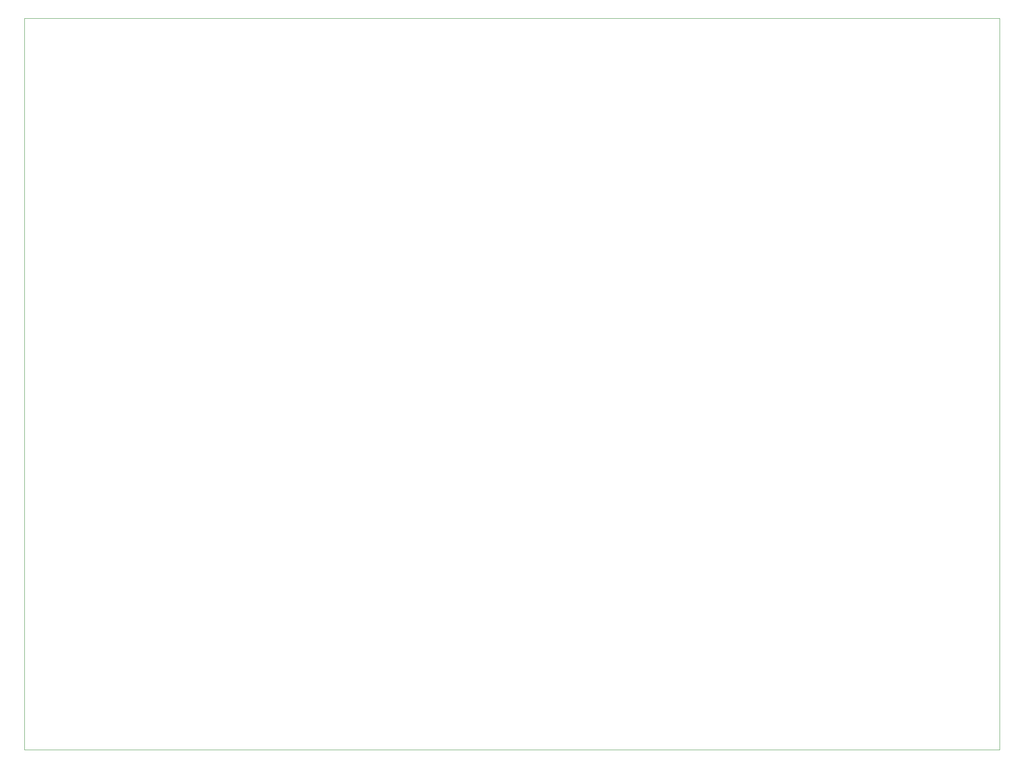
<source format=gbr>
G04*
G04 #@! TF.GenerationSoftware,Altium Limited,Altium Designer,23.9.2 (47)*
G04*
G04 Layer_Color=0*
%FSLAX44Y44*%
%MOMM*%
G71*
G04*
G04 #@! TF.SameCoordinates,8F5B2CAB-9582-47EE-AD33-95BA57DA0C1B*
G04*
G04*
G04 #@! TF.FilePolarity,Positive*
G04*
G01*
G75*
%ADD189C,0.0254*%
D189*
X635000Y254000D02*
X2667000D01*
Y1778000D01*
X635000D01*
Y254000D01*
M02*

</source>
